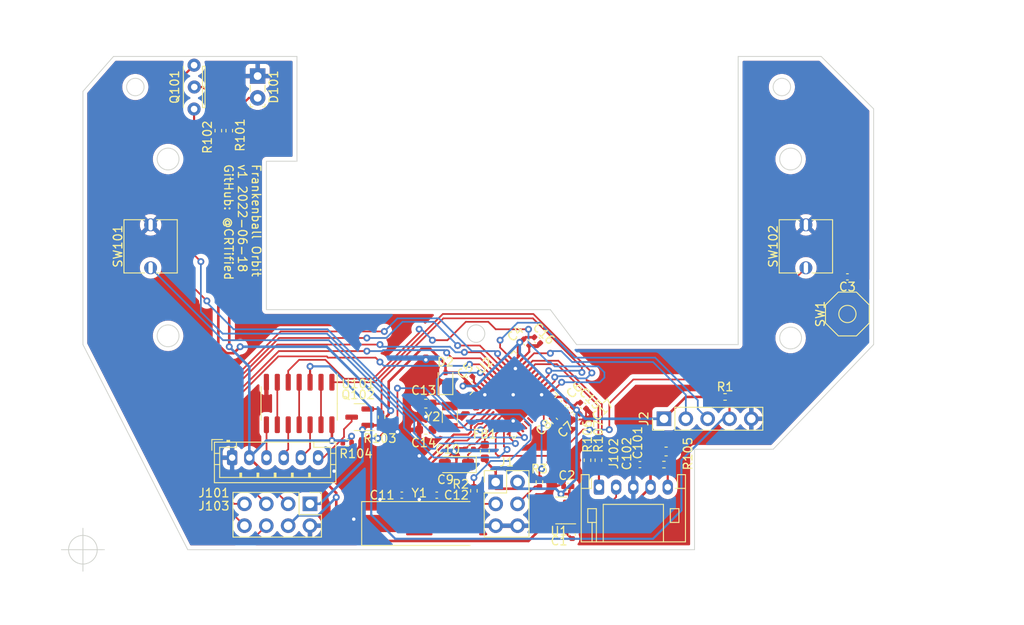
<source format=kicad_pcb>
(kicad_pcb (version 20211014) (generator pcbnew)
  (layers (0 "F.Cu" signal) (31 "B.Cu" signal) (34 "B.Paste" user) (35 "F.Paste" user) (36 "B.SilkS" user "B.Silkscreen") (37 "F.SilkS" user "F.Silkscreen") (38 "B.Mask" user) (39 "F.Mask" user) (44 "Edge.Cuts" user))
  (net 0 "")
  (net 1 "GND")
  (net 2 "+3V3")
  (net 3 "VCC")
  (net 4 "Net-(C8-Pad1)")
  (net 5 "/~{RST}")
  (net 6 "/USB_SHIELD")
  (net 7 "Net-(D101-Pad2)")
  (net 8 "Net-(J1-Pad3)")
  (net 9 "Net-(J1-Pad4)")
  (net 10 "/~{CS}_{RAW}")
  (net 11 "/~{RST}_{RAW}")
  (net 12 "/SCLK_{RAW}")
  (net 13 "/SDIO_{RAW}")
  (net 14 "/USB_DP")
  (net 15 "/USB_DM")
  (net 16 "Net-(Q101-Pad2)")
  (net 17 "/STM32F411/VREF+")
  (net 18 "/STM32F411/XTAL_8M_1")
  (net 19 "/STM32F411/XTAL_8M_2")
  (net 20 "Net-(U101-Pad13)")
  (net 21 "Net-(U101-Pad11)")
  (net 22 "Net-(U101-Pad6)")
  (net 23 "/STM32F411/XTAL_32K_1")
  (net 24 "/STM32F411/XTAL_32K_2")
  (net 25 "/STM32F411/VBAT_{I}")
  (net 26 "/STM32F411/PA13")
  (net 27 "/STM32F411/PA14")
  (net 28 "/STM32F411/PA2")
  (net 29 "/STM32F411/PA3")
  (net 30 "/STM32F411/BOOT0")
  (net 31 "/STM32F411/PB2")
  (net 32 "/STM32F411/PA11")
  (net 33 "/STM32F411/PA12")
  (net 34 "/STM32F411/PA1")
  (net 35 "/STM32F411/PA0")
  (net 36 "/STM32F411/PC13")
  (net 37 "/STM32F411/PA4")
  (net 38 "/STM32F411/PA5")
  (net 39 "/STM32F411/PA6")
  (net 40 "/STM32F411/PA7")
  (net 41 "/STM32F411/PB0")
  (net 42 "/STM32F411/PB1")
  (net 43 "/STM32F411/PB10")
  (net 44 "/STM32F411/PBu15")
  (net 45 "/STM32F411/PBu12")
  (net 46 "/STM32F411/PBu13")
  (net 47 "/STM32F411/PA8")
  (net 48 "/STM32F411/PA9")
  (net 49 "/STM32F411/PA10")
  (net 50 "/STM32F411/PA15")
  (net 51 "/STM32F411/PB3")
  (net 52 "/STM32F411/PB4")
  (net 53 "/STM32F411/PB5")
  (net 54 "/STM32F411/PB6")
  (net 55 "/STM32F411/PB7")
  (net 56 "/STM32F411/PB8")
  (net 57 "/STM32F411/PB9")
  (net 58 "/STM32F411/PBu14")
  (footprint "Diode_SMD:D_SOD-323" (layer "F.Cu") (at 143.764 82.042 90)
    (fp_text reference "D2")
    (fp_text value "D_Schottky")
  )
  (footprint "Capacitor_SMD:C_0603_1608Metric" (layer "F.Cu") (at 141.478 87.65 180)
    (fp_text reference "C14")
    (fp_text value "10pF")
  )
  (footprint "Resistor_SMD:R_0402_1005Metric" (layer "F.Cu") (at 160.274 91.186 -90)
    (fp_text reference "R106")
    (fp_text value "10Ω")
  )
  (footprint "Package_TO_SOT_SMD:SOT-23" (layer "F.Cu") (at 133.788 86.172 180)
    (fp_text reference "Q102")
    (fp_text value "2N7002")
  )
  (footprint "hierarchical-blocks:TS-1187A-B-A-B" (layer "F.Cu") (at 190.5 74.168 90)
    (fp_text reference "SW1")
    (fp_text value "SW_Push")
  )
  (footprint "Capacitor_SMD:C_0402_1005Metric" (layer "F.Cu") (at 154.432 77.216 -45)
    (fp_text reference "C16")
    (fp_text value "100nF")
  )
  (footprint "Connector_PinHeader_2.54mm:PinHeader_1x05_P2.54mm_Vertical" (layer "F.Cu") (at 169.169 86.36 90)
    (fp_text reference "J2")
    (fp_text value "Connector_Generic:Conn_01x05")
  )
  (footprint "Capacitor_SMD:C_0402_1005Metric" (layer "F.Cu") (at 157.988 94.234 180)
    (fp_text reference "C2")
    (fp_text value "1µF")
  )
  (footprint "Capacitor_SMD:C_0402_1005Metric" (layer "F.Cu") (at 159.766 84.836 -45)
    (fp_text reference "C15")
    (fp_text value "100nF")
  )
  (footprint "Resistor_SMD:R_0402_1005Metric" (layer "F.Cu") (at 132.334 89.154 180)
    (fp_text reference "R104")
    (fp_text value "47k")
  )
  (footprint "Resistor_SMD:R_0402_1005Metric" (layer "F.Cu") (at 118.618 52.832 90)
    (fp_text reference "R101")
    (fp_text value "270Ω")
  )
  (footprint "Capacitor_SMD:C_0402_1005Metric" (layer "F.Cu") (at 190.5 69.85 180)
    (fp_text reference "C3")
    (fp_text value "100nF")
  )
  (footprint "LED_THT:LED_SideEmitter_Rectangular_W4.5mm_H1.6mm" (layer "F.Cu") (at 121.92 46.477 -90)
    (fp_text reference "D101")
    (fp_text value "LED")
  )
  (footprint "Connector_PinHeader_2.54mm:PinHeader_2x04_P2.54mm_Vertical" (layer "F.Cu") (at 128.006 96.261 -90)
    (fp_text reference "J103")
    (fp_text value "Conn_02x04_Odd_Even")
  )
  (footprint "Crystal:Crystal_SMD_HC49-SD" (layer "F.Cu") (at 140.716 98.552)
    (fp_text reference "Y1")
    (fp_text value "8MHz")
  )
  (footprint "Capacitor_SMD:C_0402_1005Metric" (layer "F.Cu") (at 142.748 95.25 180)
    (fp_text reference "C12")
    (fp_text value "22pF")
  )
  (footprint "Capacitor_SMD:C_0402_1005Metric" (layer "F.Cu") (at 153.162 77.47 -45)
    (fp_text reference "C4")
    (fp_text value "100nF")
  )
  (footprint "Footprints:PT2559B" (layer "F.Cu") (at 114.554 47.752 90)
    (fp_text reference "Q101")
    (fp_text value "PT2559B")
  )
  (footprint "Capacitor_SMD:C_0402_1005Metric" (layer "F.Cu") (at 138.684 95.25)
    (fp_text reference "C11")
    (fp_text value "22pF")
  )
  (footprint "Resistor_SMD:R_0402_1005Metric" (layer "F.Cu") (at 161.544 91.184 -90)
    (fp_text reference "R107")
    (fp_text value "10Ω")
  )
  (footprint "Resistor_SMD:R_0402_1005Metric" (layer "F.Cu") (at 154.686 93.726 90)
    (fp_text reference "R3")
    (fp_text value "10k")
  )
  (footprint "Footprints:Kailh_SW_Mouse" (layer "F.Cu") (at 109.474 66.294 90)
    (fp_text reference "SW101")
    (fp_text value "SW_Push")
  )
  (footprint "Capacitor_SMD:C_0402_1005Metric" (layer "F.Cu") (at 156.464 86.614 -45)
    (fp_text reference "C8")
    (fp_text value "4.7µF")
  )
  (footprint "Crystal:Crystal_SMD_3215-2Pin_3.2x1.5mm" (layer "F.Cu") (at 144.272 86.126 90)
    (fp_text reference "Y2")
    (fp_text value "32.768kHz")
  )
  (footprint "Capacitor_SMD:C_0402_1005Metric" (layer "F.Cu") (at 166.37 91.694 180)
    (fp_text reference "C102")
    (fp_text value "100nF")
  )
  (footprint "Capacitor_SMD:C_0603_1608Metric" (layer "F.Cu") (at 169.418 90.17 180)
    (fp_text reference "C101")
    (fp_text value "4.7nF")
  )
  (footprint "Capacitor_SMD:C_0603_1608Metric" (layer "F.Cu") (at 141.478 84.602 180)
    (fp_text reference "C13")
    (fp_text value "10pF")
  )
  (footprint "Resistor_SMD:R_0402_1005Metric" (layer "F.Cu") (at 147.066 94.742 -90)
    (fp_text reference "R2")
    (fp_text value "10k")
  )
  (footprint "Resistor_SMD:R_0402_1005Metric" (layer "F.Cu") (at 117.348 52.832 90)
    (fp_text reference "R102")
    (fp_text value "4.7kΩ")
  )
  (footprint "Connector_PinHeader_2.54mm:PinHeader_2x03_P2.54mm_Vertical" (layer "F.Cu") (at 149.601 93.726)
    (fp_text reference "J1")
    (fp_text value "Conn_02x03_Odd_Even")
  )
  (footprint "Resistor_SMD:R_0402_1005Metric" (layer "F.Cu") (at 176.276 83.82)
    (fp_text reference "R1")
    (fp_text value "22kΩ")
  )
  (footprint "Capacitor_Tantalum_SMD:CP_EIA-3216-10_Kemet-I" (layer "F.Cu") (at 145.034 91.694 180)
    (fp_text reference "C9")
    (fp_text value "10µF")
  )
  (footprint "Capacitor_SMD:C_0402_1005Metric" (layer "F.Cu") (at 146.53 89.916 180)
    (fp_text reference "C10")
    (fp_text value "100nF")
  )
  (footprint "Connector_JST:JST_PH_S5B-PH-K_1x05_P2.00mm_Horizontal" (layer "F.Cu") (at 161.608 94.324)
    (fp_text reference "J102")
    (fp_text value "Conn_01x05_Male")
  )
  (footprint "Inductor_SMD:L_0603_1608Metric" (layer "F.Cu") (at 148.336 90.17 90)
    (fp_text reference "FB1")
    (fp_text value "600Ω@100MHz")
  )
  (footprint "Package_SO:SOIC-14_3.9x8.7mm_P1.27mm" (layer "F.Cu") (at 126.746 84.582 -90)
    (fp_text reference "U101")
    (fp_text value "74HC14")
  )
  (footprint "Resistor_SMD:R_0402_1005Metric" (layer "F.Cu") (at 136.328 86.174 90)
    (fp_text reference "R103")
    (fp_text value "47k")
  )
  (footprint "Connector_JST:JST_PH_B6B-PH-K_1x06_P2.00mm_Vertical" (layer "F.Cu") (at 118.952 90.89)
    (fp_text reference "J101")
    (fp_text value "ADNS-5050")
  )
  (footprint "Resistor_SMD:R_0402_1005Metric" (layer "F.Cu") (at 169.164 91.694 180)
    (fp_text reference "R105")
    (fp_text value "47k")
  )
  (footprint "Package_DFN_QFN:QFN-48-1EP_7x7mm_P0.5mm_EP5.6x5.6mm" (layer "F.Cu") (at 151.716152 83.566 45)
    (fp_text reference "U2")
    (fp_text value "STM32F411CCUx")
  )
  (footprint "Capacitor_SMD:C_0402_1005Metric" (layer "F.Cu") (at 146.558 81.788 45)
    (fp_text reference "C5")
    (fp_text value "100nF")
  )
  (footprint "Package_TO_SOT_SMD:SOT-23" (layer "F.Cu") (at 157.226 97.028 180)
    (fp_text reference "U1")
    (fp_text value "XC6206PxxxMR")
  )
  (footprint "Capacitor_SMD:C_0402_1005Metric" (layer "F.Cu") (at 158.242 85.344 -135)
    (fp_text reference "C7")
    (fp_text value "100nF")
  )
  (footprint "Capacitor_SMD:C_0402_1005Metric" (layer "F.Cu") (at 158.496 99.822 90)
    (fp_text reference "C1")
    (fp_text value "1µF")
  )
  (footprint "Footprints:Kailh_SW_Mouse" (layer "F.Cu") (at 185.674 66.294 90)
    (fp_text reference "SW102")
    (fp_text value "SW_Push")
  )
  (footprint "Capacitor_SMD:C_0402_1005Metric" (layer "F.Cu") (at 157.48 84.582 -135)
    (fp_text reference "C6")
    (fp_text value "100nF")
  )
  (footprint "Capacitor_SMD:C_0402_1005Metric" (layer "F.Cu") (at 159.004 86.106 -135)
    (fp_text reference "C17")
    (fp_text value "4.7uF")
  )
  (gr_line locked (start 177.8 44.196) (end 177.8 77.724) (layer "Edge.Cuts") (width 0.1))
  (gr_line locked (start 172.72 89.916) (end 181.864 89.916) (layer "Edge.Cuts") (width 0.1))
  (gr_circle locked (center 182.88 47.752) (end 183.896 47.752) (layer "Edge.Cuts") (width 0.1) (fill none))
  (gr_line locked (start 105.156 44.196) (end 101.6 48.26) (layer "Edge.Cuts") (width 0.1))
  (gr_line locked (start 159.004 77.724) (end 155.956 73.66) (layer "Edge.Cuts") (width 0.1))
  (gr_line locked (start 187.452 44.196) (end 177.8 44.196) (layer "Edge.Cuts") (width 0.1))
  (gr_line locked (start 113.792 101.6) (end 172.72 101.6) (layer "Edge.Cuts") (width 0.1))
  (gr_circle locked (center 147.32 76.454) (end 148.336 76.454) (layer "Edge.Cuts") (width 0.1) (fill none))
  (gr_circle locked (center 183.896 76.962) (end 185.166 76.962) (layer "Edge.Cuts") (width 0.1) (fill none))
  (gr_line locked (start 122.936 56.388) (end 126.492 56.388) (layer "Edge.Cuts") (width 0.1))
  (gr_line locked (start 172.72 101.6) (end 172.72 89.916) (layer "Edge.Cuts") (width 0.1))
  (gr_circle locked (center 111.506 76.708) (end 112.776 76.708) (layer "Edge.Cuts") (width 0.1) (fill none))
  (gr_line locked (start 177.8 77.724) (end 159.004 77.724) (layer "Edge.Cuts") (width 0.1))
  (gr_line locked (start 122.936 73.66) (end 122.936 56.388) (layer "Edge.Cuts") (width 0.1))
  (gr_line locked (start 126.492 44.196) (end 105.156 44.196) (layer "Edge.Cuts") (width 0.1))
  (gr_circle locked (center 111.506 56.134) (end 112.776 56.134) (layer "Edge.Cuts") (width 0.1) (fill none))
  (gr_circle locked (center 107.696 47.752) (end 108.712 47.752) (layer "Edge.Cuts") (width 0.1) (fill none))
  (gr_line locked (start 193.548 50.292) (end 193.548 77.724) (layer "Edge.Cuts") (width 0.1))
  (gr_line locked (start 193.548 50.292) (end 187.452 44.196) (layer "Edge.Cuts") (width 0.1))
  (gr_line locked (start 101.6 77.724) (end 101.6 48.26) (layer "Edge.Cuts") (width 0.1))
  (gr_line locked (start 101.6 77.724) (end 113.792 101.6) (layer "Edge.Cuts") (width 0.1))
  (gr_line locked (start 126.492 56.388) (end 126.492 44.196) (layer "Edge.Cuts") (width 0.1))
  (gr_line locked (start 155.956 73.66) (end 122.936 73.66) (layer "Edge.Cuts") (width 0.1))
  (gr_line locked (start 181.864 89.916) (end 193.548 77.724) (layer "Edge.Cuts") (width 0.1))
  (gr_circle locked (center 183.896 56.134) (end 184.912 56.896) (layer "Edge.Cuts") (width 0.1) (fill none))
  (gr_text "Frankenball Orbit\nv1 2022-06-18\nGitHub: @CRTified" (at 120.142 56.642 270) (layer "F.SilkS") (effects (font (size 1 1)) (justify left)))
  (target plus (at 101.6 101.6) (size 5) (width 0.1) (layer "Edge.Cuts"))
  (segment (start 154.94 83.607867) (end 155.737822 84.405689) (width 0.2) (layer "F.Cu") (net 1))
  (segment (start 147.066 81.617178) (end 147.066 82.097829) (width 0.25) (layer "F.Cu") (net 1))
  (segment (start 143.684 91.694) (end 143.684 91.266) (width 0.2) (layer "F.Cu") (net 1))
  (segment (start 151.892 80.518) (end 151.892 80.208171) (width 0.2) (layer "F.Cu") (net 1))
  (segment (start 168.643 91.683) (end 168.654 91.694) (width 0.25) (layer "F.Cu") (net 1))
  (segment (start 165.89 91.694) (end 165.608 91.976) (width 0.25) (layer "F.Cu") (net 1))
  (segment (start 151.716152 84.626661) (end 151.716152 83.566) (width 0.2) (layer "F.Cu") (net 1))
  (segment (start 151.892 80.208171) (end 152.555841 79.54433) (width 0.2) (layer "F.Cu") (net 1))
  (segment (start 160.105411 85.175411) (end 160.105411 86.020589) (width 0.2) (layer "F.Cu") (net 1))
  (segment (start 154.517411 77.809411) (end 154.771411 77.555411) (width 0.25) (layer "F.Cu") (net 1))
  (segment (start 157.902589 85.683411) (end 156.803411 86.782589) (width 0.25) (layer "F.Cu") (net 1))
  (segment (start 168.643 90.17) (end 168.643 91.683) (width 0.25) (layer "F.Cu") (net 1))
  (segment (start 146.65952 89.30648) (end 146.05 89.916) (width 0.2) (layer "F.Cu") (net 1))
  (segment (start 152.555841 79.54433) (end 152.555841 79.516981) (width 0.25) (layer "F.Cu") (net 1))
  (segment (start 159.680589 86.445411) (end 158.664589 86.445411) (width 0.2) (layer "F.Cu") (net 1))
  (segment (start 147.750311 82.726311) (end 148.336 83.312) (width 0.25) (layer "F.Cu") (net 1))
  (segment (start 158.1635 99.0095) (end 158.496 99.342) (width 0.25) (layer "F.Cu") (net 1))
  (segment (start 156.253544 84.921411) (end 155.737822 84.405689) (width 0.25) (layer "F.Cu") (net 1))
  (segment (start 156.803411 86.782589) (end 156.803411 86.953411) (width 0.25) (layer "F.Cu") (net 1))
  (segment (start 153.501411 77.809411) (end 153.501411 78.571411) (width 0.25) (layer "F.Cu") (net 1))
  (segment (start 160.105411 86.020589) (end 159.680589 86.445411) (width 0.2) (layer "F.Cu") (net 1))
  (segment (start 148.336 83.312) (end 148.336 83.566) (width 0.25) (layer "F.Cu") (net 1))
  (segment (start 147.178433 89.30648) (end 146.65952 89.30648) (width 0.2) (layer "F.Cu") (net 1))
  (segment (start 153.501411 77.809411) (end 154.517411 77.809411) (width 0.25) (layer "F.Cu") (net 1))
  (segment (start 154.94 83.566) (end 154.94 83.607867) (width 0.2) (layer "F.Cu") (net 1))
  (segment (start 149.815803 86.52701) (end 149.357456 86.985357) (width 0.2) (layer "F.Cu") (net 1))
  (segment (start 158.664589 86.445411) (end 157.902589 85.683411) (width 0.2) (layer "F.Cu") (net 1))
  (segment (start 146.897411 81.448589) (end 147.066 81.617178) (width 0.25) (layer "F.Cu") (net 1))
  (segment (start 149.815803 86.52701) (end 151.716152 84.626661) (width 0.2) (layer "F.Cu") (net 1))
  (segment (start 157.140589 84.921411) (end 157.902589 85.683411) (width 0.25) (layer "F.Cu") (net 1))
  (segment (start 147.066 82.097829) (end 147.694482 82.726311) (width 0.25) (layer "F.Cu") (net 1))
  (segment (start 149.357456 87.127457) (end 147.178433 89.30648) (width 0.2) (layer "F.Cu") (net 1))
  (segment (start 147.694482 82.726311) (end 147.750311 82.726311) (width 0.25) (layer "F.Cu") (net 1))
  (segment (start 149.357456 86.985357) (end 149.357456 87.127457) (width 0.2) (layer "F.Cu") (net 1))
  (segment (start 165.608 91.976) (end 165.608 94.324) (width 0.25) (layer "F.Cu") (net 1))
  (segment (start 158.1635 97.978) (end 158.1635 99.0095) (width 0.25) (layer "F.Cu") (net 1))
  (segment (start 143.684 91.266) (end 144.78 90.17) (width 0.2) (layer "F.Cu") (net 1))
  (segment (start 157.140589 84.921411) (end 156.253544 84.921411) (width 0.25) (layer "F.Cu") (net 1))
  (segment (start 152.555841 79.516981) (end 153.501411 78.571411) (width 0.25) (layer "F.Cu") (net 1))
  (via (at 133.096 98.044) (size 0.8) (drill 0.4) (layers "F.Cu" "B.Cu") (net 1))
  (via (at 151.638 83.566) (size 0.8) (drill 0.4) (layers "F.Cu" "B.Cu") (net 1))
  (via (at 154.94 83.566) (size 0.8) (drill 0.4) (layers "F.Cu" "B.Cu") (net 1))
  (via (at 144.78 90.17) (size 0.8) (drill 0.4) (layers "F.Cu" "B.Cu") (net 1))
  (via (at 136.144 95.758) (size 0.8) (drill 0.4) (layers "F.Cu" "B.Cu") (net 1))
  (via (at 148.336 83.566) (size 0.8) (drill 0.4) (layers "F.Cu" "B.Cu") (net 1))
  (via (at 140.716 95.758) (size 0.8) (drill 0.4) (layers "F.Cu" "B.Cu") (net 1))
  (via (at 138.176 87.884) (size 0.8) (drill 0.4) (layers "F.Cu" "B.Cu") (net 1))
  (via (at 130.81 92.456) (size 0.8) (drill 0.4) (layers "F.Cu" "B.Cu") (net 1))
  (via (at 140.716 90.678) (size 0.8) (drill 0.4) (layers "F.Cu" "B.Cu") (net 1))
  (via (at 151.892 80.518) (size 0.8) (drill 0.4) (layers "F.Cu" "B.Cu") (net 1))
  (via (at 141.478 79.502) (size 0.8) (drill 0.4) (layers "F.Cu" "B.Cu") (net 1))
  (via (at 141.478 86.106) (size 0.8) (drill 0.4) (layers "F.Cu" "B.Cu") (net 1))
  (via (at 151.638 86.614) (size 0.8) (drill 0.4) (layers "F.Cu" "B.Cu") (net 1))
  (segment (start 134.2175 87.63) (end 134.7255 87.122) (width 0.3) (layer "F.Cu") (net 2))
  (segment (start 148.336 90.9575) (end 148.336 91.2115) (width 0.3) (layer "F.Cu") (net 2))
  (segment (start 159.426589 84.496589) (end 159.089411 84.496589) (width 0.3) (layer "F.Cu") (net 2))
  (segment (start 137.16 82.042) (end 140.97 78.232) (width 0.3) (layer "F.Cu") (net 2))
  (segment (start 143.764 80.01) (end 143.764 80.992) (width 0.3) (layer "F.Cu") (net 2))
  (segment (start 152.202288 79.190777) (end 152.202288 77.667712) (width 0.3) (layer "F.Cu") (net 2))
  (segment (start 158.1635 96.078) (end 158.1635 95.1715) (width 0.3) (layer "F.Cu") (net 2))
  (segment (start 146.218589 81.956589) (end 145.254 80.992) (width 0.3) (layer "F.Cu") (net 2))
  (segment (start 159.089411 84.496589) (end 158.581411 85.004589) (width 0.3) (layer "F.Cu") (net 2))
  (segment (start 175.766 83.82) (end 171.709 83.82) (width 0.3) (layer "F.Cu") (net 2))
  (segment (start 117.348 63.754) (end 117.348 53.342) (width 0.3) (layer "F.Cu") (net 2))
  (segment (start 159.343411 85.766589) (end 158.581411 85.004589) (width 0.3) (layer "F.Cu") (net 2))
  (segment (start 158.581411 85.004589) (end 157.819411 84.242589) (width 0.3) (layer "F.Cu") (net 2))
  (segment (start 157.396822 83.82) (end 156.323511 83.82) (width 0.3) (layer "F.Cu") (net 2))
  (segment (start 171.709 83.82) (end 169.169 86.36) (width 0.3) (layer "F.Cu") (net 2))
  (segment (start 145.254 80.992) (end 143.764 80.992) (width 0.3) (layer "F.Cu") (net 2))
  (segment (start 153.076589 76.876589) (end 152.822589 77.130589) (width 0.3) (layer "F.Cu") (net 2))
  (segment (start 134.7255 87.122) (end 135.89 87.122) (width 0.3) (layer "F.Cu") (net 2))
  (segment (start 158.1635 95.1715) (end 158.1635 94.5385) (width 0.3) (layer "F.Cu") (net 2))
  (segment (start 118.307541 78.727511) (end 119.138489 78.727511) (width 0.3) (layer "F.Cu") (net 2))
  (segment (start 117.348 77.76797) (end 118.307541 78.727511) (width 0.3) (layer "F.Cu") (net 2))
  (segment (start 152.141 94.503) (end 149.601 94.503) (width 0.3) (layer "F.Cu") (net 2))
  (segment (start 152.822589 77.130589) (end 152.739411 77.130589) (width 0.3) (layer "F.Cu") (net 2))
  (segment (start 117.348 63.754) (end 117.348 77.76797) (width 0.3) (layer "F.Cu") (net 2))
  (segment (start 146.218589 82.127411) (end 146.218589 81.956589) (width 0.3) (layer "F.Cu") (net 2))
  (segment (start 156.323511 83.82) (end 156.091375 84.052136) (width 0.3) (layer "F.Cu") (net 2))
  (segment (start 158.115103 95.123103) (end 158.1635 95.1715) (width 0.3) (layer "F.Cu") (net 2))
  (segment (start 158.1635 94.5385) (end 158.468 94.234) (width 0.3) (layer "F.Cu") (net 2))
  (segment (start 119.138489 78.727511) (end 119.888 77.978) (width 0.3) (layer "F.Cu") (net 2))
  (segment (start 157.195513 95.123103) (end 158.115103 95.123103) (width 0.3) (layer "F.Cu") (net 2))
  (segment (start 157.819411 84.242589) (end 157.396822 83.82) (width 0.3) (layer "F.Cu") (net 2))
  (segment (start 141.986 78.232) (end 143.764 80.01) (width 0.3) (layer "F.Cu") (net 2))
  (segment (start 140.97 78.232) (end 141.986 78.232) (width 0.3) (layer "F.Cu") (net 2))
  (segment (start 137.16 85.852) (end 137.16 82.042) (width 0.3) (layer "F.Cu") (net 2))
  (segment (start 134.112 87.63) (end 134.2175 87.63) (width 0.3) (layer "F.Cu") (net 2))
  (segment (start 152.739411 77.130589) (end 152.4 77.47) (width 0.3) (layer "F.Cu") (net 2))
  (segment (start 158.664589 85.004589) (end 159.004 85.344) (width 0.3) (layer "F.Cu") (net 2))
  (segment (start 136.328 86.684) (end 137.16 85.852) (width 0.3) (layer "F.Cu") (net 2))
  (segment (start 135.89 87.122) (end 136.328 86.684) (width 0.3) (layer "F.Cu") (net 2))
  (segment (start 158.581411 85.004589) (end 158.664589 85.004589) (width 0.3) (layer "F.Cu") (net 2))
  (segment (start 149.601 92.4765) (end 149.601 93.726) (width 0.3) (layer "F.Cu") (net 2))
  (segment (start 145.796 82.55) (end 146.218589 82.127411) (width 0.3) (layer "F.Cu") (net 2))
  (segment (start 146.218589 82.127411) (end 146.388476 82.127411) (width 0.3) (layer "F.Cu") (net 2))
  (segment (start 152.202288 77.667712) (end 152.4 77.47) (width 0.3) (layer "F.Cu") (net 2))
  (segment (start 146.388476 82.127411) (end 147.340929 83.079864) (width 0.3) (layer "F.Cu") (net 2))
  (segment (start 154.092589 76.876589) (end 153.076589 76.876589) (width 0.3) (layer "F.Cu") (net 2))
  (segment (start 148.336 91.2115) (end 149.601 92.4765) (width 0.3) (layer "F.Cu") (net 2))
  (via (at 145.796 82.55) (size 0.8) (drill 0.4) (layers "F.Cu" "B.Cu") (net 2))
  (via (at 137.393965 85.41122) (size 0.8) (drill 0.4) (layers "F.Cu" "B.Cu") (net 2))
  (via (at 152.4 77.47) (size 0.8) (drill 0.4) (layers "F.Cu" "B.Cu") (net 2))
  (via (at 157.195513 95.123103) (size 0.8) (drill 0.4) (layers "F.Cu" "B.Cu") (net 2))
  (via (at 159.004 85.344) (size 0.8) (drill 0.4) (layers "F.Cu" "B.Cu") (net 2))
  (via (at 119.888 77.978) (size 0.8) (drill 0.4) (layers "F.Cu" "B.Cu") (net 2))
  (via (at 134.112 87.63) (size 0.8) (drill 0.4) (layers "F.Cu" "B.Cu") (net 2))
  (segment (start 156.57541 94.503) (end 157.195513 95.123103) (width 0.3) (layer "B.Cu") (net 2))
  (segment (start 129.156 96.261) (end 134.112 91.305) (width 0.3) (layer "B.Cu") (net 2))
  (segment (start 159.004 93.314616) (end 159.004 85.344) (width 0.3) (layer "B.Cu") (net 2))
  (segment (start 169.169 86.36) (end 160.02 86.36) (width 0.3) (layer "B.Cu") (net 2))
  (segment (start 152.141 94.503) (end 156.57541 94.503) (width 0.3) (layer "B.Cu") (net 2))
  (segment (start 147.32 82.55) (end 145.796 82.55) (width 0.3) (layer "B.Cu") (net 2))
  (segment (start 134.112 91.305) (end 134.112 87.63) (width 0.3) (layer "B.Cu") (net 2))
  (segment (start 129.960745 77.978) (end 137.393965 85.41122) (width 0.3) (layer "B.Cu") (net 2))
  (segment (start 159.004 85.344) (end 152.4 78.74) (width 0.3) (layer "B.Cu") (net 2))
  (segment (start 128.006 96.261) (end 129.156 96.261) (width 0.3) (layer "B.Cu") (net 2))
  (segment (start 152.4 77.47) (end 147.32 82.55) (width 0.3) (layer "B.Cu") (net 2))
  (segment (start 119.888 77.978) (end 129.960745 77.978) (width 0.3) (layer "B.Cu") (net 2))
  (segment (start 152.4 78.74) (end 152.4 77.47) (width 0.3) (layer "B.Cu") (net 2))
  (segment (start 157.195513 95.123103) (end 159.004 93.314616) (width 0.3) (layer "B.Cu") (net 2))
  (segment (start 160.02 86.36) (end 159.004 85.344) (width 0.3) (layer "B.Cu") (net 2))
  (segment (start 129.284 93.218) (end 123.28 93.218) (width 0.3) (layer "F.Cu") (net 3))
  (segment (start 118.618 77.978) (end 118.618 63.754) (width 0.3) (layer "F.Cu") (net 3))
  (segment (start 118.618 63.754) (end 118.618 53.342) (width 0.3) (layer "F.Cu") (net 3))
  (segment (start 164.904 97.028) (end 156.2885 97.028) (width 0.3) (layer "F.Cu") (net 3))
  (segment (start 131.062 95.502) (end 131.062 97.534) (width 0.3) (layer "F.Cu") (net 3))
  (segment (start 156.2885 97.7115) (end 156.2885 97.028) (width 0.3) (layer "F.Cu") (net 3))
  (segment (start 158.496 100.302) (end 158.453715 100.302) (width 0.3) (layer "F.Cu") (net 3))
  (segment (start 123.28 93.218) (end 120.952 90.89) (width 0.3) (layer "F.Cu") (net 3))
  (segment (start 131.062 97.534) (end 134.112 100.584) (width 0.3) (layer "F.Cu") (net 3))
  (segment (start 131.062 94.996) (end 129.284 93.218) (width 0.3) (layer "F.Cu") (net 3))
  (segment (start 156.2885 98.136785) (end 156.2885 97.028) (width 0.3) (layer "F.Cu") (net 3))
  (segment (start 131.062 94.996) (end 131.062 95.502) (width 0.3) (layer "F.Cu") (net 3))
  (segment (start 132.842 88.392) (end 132.842 89.152) (width 0.3) (layer "F.Cu") (net 3))
  (segment (start 132.842 89.152) (end 132.844 89.154) (width 0.3) (layer "F.Cu") (net 3))
  (segment (start 158.453715 100.302) (end 156.2885 98.136785) (width 0.3) (layer "F.Cu") (net 3))
  (segment (start 153.416 100.584) (end 156.2885 97.7115) (width 0.3) (layer "F.Cu") (net 3))
  (segment (start 166.85 91.694) (end 167.132 91.694) (width 0.3) (layer "F.Cu") (net 3))
  (segment (start 130.556 88.9) (end 130.556 87.057) (width 0.3) (layer "F.Cu") (net 3))
  (segment (start 134.112 100.584) (end 153.416 100.584) (width 0.3) (layer "F.Cu") (net 3))
  (segment (start 167.132 91.694) (end 167.608 92.17) (width 0.3) (layer "F.Cu") (net 3))
  (segment (start 167.608 92.17) (end 167.608 94.324) (width 0.3) (layer "F.Cu") (net 3))
  (segment (start 167.608 94.324) (end 164.904 97.028) (width 0.3) (layer "F.Cu") (net 3))
  (via (at 130.556 88.9) (size 0.8) (drill 0.4) (layers "F.Cu" "B.Cu") (net 3))
  (via (at 131.062 95.502) (size 0.8) (drill 0.4) (layers "F.Cu" "B.Cu") (net 3))
  (via (at 118.618 77.978) (size 0.8) (drill 0.4) (layers "F.Cu" "B.Cu") (net 3))
  (via (at 132.842 88.392) (size 0.8) (drill 0.4) (layers "F.Cu" "B.Cu") (net 3))
  (segment (start 122.942 88.9) (end 130.556 88.9) (width 0.3) (layer "B.Cu") (net 3))
  (segment (start 120.952 80.312) (end 118.618 77.978) (width 0.3) (layer "B.Cu") (net 3))
  (segment (start 120.952 90.89) (end 122.942 88.9) (width 0.3) (layer "B.Cu") (net 3))
  (segment (start 126.665511 97.601489) (end 128.962511 97.601489) (width 0.3) (layer "B.Cu") (net 3))
  (segment (start 120.952 90.89) (end 120.952 80.312) (width 0.3) (layer "B.Cu") (net 3))
  (segment (start 128.962511 97.601489) (end 131.062 95.502) (width 0.3) (layer "B.Cu") (net 3))
  (segment (start 132.334 88.9) (end 130.556 88.9) (width 0.3) (layer "B.Cu") (net 3))
  (segment (start 132.842 88.392) (end 132.334 88.9) (width 0.3) (layer "B.Cu") (net 3))
  (segment (start 125.466 98.801) (end 126.665511 97.601489) (width 0.3) (layer "B.Cu") (net 3))
  (segment (start 156.124589 86.274589) (end 156.124589 85.499564) (width 0.25) (layer "F.Cu") (net 4))
  (segment (start 156.124589 85.499564) (end 155.384268 84.759243) (width 0.25) (layer "F.Cu") (net 4))
  (segment (start 138.176 82.804) (end 138.176 86.36) (width 0.2) (layer "F.Cu") (net 5))
  (segment (start 176.789 83.823) (end 176.786 83.82) (width 0.25) (layer "F.Cu") (net 5))
  (segment (start 192.375 77.168) (end 192.375 71.168) (width 0.25) (layer "F.Cu") (net 5))
  (segment (start 128.016 80.264) (end 128.016 82.107) (width 0.25) (layer "F.Cu") (net 5))
  (segment (start 192.298 71.168) (end 190.98 69.85) (width 0.25) (layer "F.Cu") (net 5))
  (segment (start 149.059853 86.575853) (end 147.986871 87.648835) (width 0.2) (layer "F.Cu") (net 5))
  (segment (start 185.723 83.82) (end 192.375 77.168) (width 0.25) (layer "F.Cu") (net 5))
  (segment (start 176.786 83.82) (end 185.723 83.82) (width 0.25) (layer "F.Cu") (net 5))
  (segment (start 176.789 86.36) (end 176.789 83.823) (width 0.25) (layer "F.Cu") (net 5))
  (segment (start 149.462249 86.173456) (end 149.059853 86.575853) (width 0.2) (layer "F.Cu") (net 5))
  (segment (start 138.176 86.36) (end 135.89 88.646) (width 0.2) (layer "F.Cu") (net 5))
  (segment (start 192.375 71.168) (end 192.298 71.168) (width 0.25) (layer "F.Cu") (net 5))
  (segment (start 147.986871 87.648835) (end 147.846834 87.648835) (width 0.2) (layer "F.Cu") (net 5))
  (via (at 147.846834 87.648835) (size 0.8) (drill 0.4) (layers "F.Cu" "B.Cu") (net 5))
  (via (at 138.176 82.804) (size 0.8) (drill 0.4) (layers "F.Cu" "B.Cu") (net 5))
  (via (at 135.89 88.646) (size 0.8) (drill 0.4) (layers "F.Cu" "B.Cu") (net 5))
  (via (at 128.016 80.264) (size 0.8) (drill 0.4) (layers "F.Cu" "B.Cu") (net 5))
  (segment (start 167.894 100.33) (end 137.922 100.33) (width 0.25) (layer "B.Cu") (net 5))
  (segment (start 146.265829 87.648835) (end 141.420994 82.804) (width 0.2) (layer "B.Cu") (net 5))
  (segment (start 171.196 97.028) (end 167.894 100.33) (width 0.25) (layer "B.Cu") (net 5))
  (segment (start 171.196 91.186) (end 171.196 97.028) (width 0.25) (layer "B.Cu") (net 5))
  (segment (start 171.704 90.678) (end 171.196 91.186) (width 0.25) (layer "B.Cu") (net 5))
  (segment (start 135.128 88.646) (end 135.128 85.09) (width 0.25) (layer "B.Cu") (net 5))
  (segment (start 137.922 100.33) (end 135.128 97.536) (width 0.25) (layer "B.Cu") (net 5))
  (segment (start 135.128 85.09) (end 130.302 80.264) (width 0.25) (layer "B.Cu") (net 5))
  (segment (start 141.420994 82.804) (end 138.176 82.804) (width 0.2) (layer "B.Cu") (net 5))
  (segment (start 135.128 97.536) (end 135.128 88.646) (width 0.25) (layer "B.Cu") (net 5))
  (segment (start 147.846834 87.648835) (end 146.265829 87.648835) (width 0.2) (layer "B.Cu") (net 5))
  (segment (start 135.89 88.646) (end 135.128 88.646) (width 0.2) (layer "B.Cu") (net 5))
  (segment (start 130.302 80.264) (end 128.016 80.264) (width 0.25) (layer "B.Cu") (net 5))
  (segment (start 176.789 86.36) (end 176.022 86.36) (width 0.25) (layer "B.Cu") (net 5))
  (segment (start 176.022 86.36) (end 171.704 90.678) (width 0.25) (layer "B.Cu") (net 5))
  (segment (start 169.608 94.324) (end 169.608 91.76) (width 0.25) (layer "F.Cu") (net 6))
  (segment (start 169.674 90.689) (end 170.193 90.17) (width 0.25) (layer "F.Cu") (net 6))
  (segment (start 169.608 91.76) (end 169.674 91.694) (width 0.25) (layer "F.Cu") (net 6))
  (segment (start 169.674 91.694) (end 169.674 90.689) (width 0.25) (layer "F.Cu") (net 6))
  (segment (start 120.909 49.017) (end 121.92 49.017) (width 0.25) (layer "F.Cu") (net 7))
  (segment (start 118.618 51.308) (end 120.909 49.017) (width 0.25) (layer "F.Cu") (net 7))
  (segment (start 118.618 52.322) (end 118.618 51.308) (width 0.25) (layer "F.Cu") (net 7))
  (segment (start 148.08 96.266) (end 149.601 96.266) (width 0.2) (layer "F.Cu") (net 8))
  (segment (start 147.066 95.252) (end 148.08 96.266) (width 0.2) (layer "F.Cu") (net 8))
  (segment (start 152.141 96.266) (end 154.171 94.236) (width 0.2) (layer "F.Cu") (net 9))
  (segment (start 154.171 94.236) (end 154.686 94.236) (width 0.2) (layer "F.Cu") (net 9))
  (segment (start 122.952 90.89) (end 122.952 87.073) (width 0.2) (layer "F.Cu") (net 10))
  (segment (start 122.952 87.073) (end 122.936 87.057) (width 0.2) (layer "F.Cu") (net 10))
  (segment (start 125.476 89.916) (end 125.476 87.057) (width 0.2) (layer "F.Cu") (net 11))
  (segment (start 124.952 90.89) (end 124.952 90.44) (width 0.2) (layer "F.Cu") (net 11))
  (segment (start 124.952 90.44) (end 125.476 89.916) (width 0.2) (layer "F.Cu") (net 11))
  (segment (start 128.016 89.826) (end 128.016 87.057) (width 0.2) (layer "F.Cu") (net 12))
  (segment (start 126.952 90.89) (end 128.016 89.826) (width 0.2) (layer "F.Cu") (net 12))
  (segment (start 129.555259 90.89) (end 128.952 90.89) (width 0.2) (layer "F.Cu") (net 13))
  (segment (start 131.824 89.154) (end 131.824 89.152) (width 0.2) (layer "F.Cu") (net 13))
  (segment (start 131.9605 88.484759) (end 131.558629 88.886629) (width 0.2) (layer "F.Cu") (net 13))
  (segment (start 131.9605 87.57) (end 131.9605 88.484759) (width 0.2) (layer "F.Cu") (net 13))
  (segment (start 132.8505 86.68) (end 131.9605 87.57) (width 0.2) (layer "F.Cu") (net 13))
  (segment (start 131.824 89.152) (end 131.558629 88.886629) (width 0.2) (layer "F.Cu") (net 13))
  (segment (start 131.558629 88.886629) (end 129.555259 90.89) (width 0.2) (layer "F.Cu") (net 13))
  (segment (start 132.8505 86.172) (end 132.8505 86.68) (width 0.2) (layer "F.Cu") (net 13))
  (segment (start 161.608 91.758) (end 161.544 91.694) (width 0.25) (layer "F.Cu") (net 14))
  (segment (start 161.608 94.324) (end 161.608 91.758) (width 0.25) (layer "F.Cu") (net 14))
  (segment (start 160.274 95.504) (end 160.274 91.696) (width 0.2) (layer "F.Cu") (net 15))
  (segment (start 160.782 96.012) (end 160.274 95.504) (width 0.2) (layer "F.Cu") (net 15))
  (segment (start 163.068 96.012) (end 160.782 96.012) (width 0.2) (layer "F.Cu") (net 15))
  (segment (start 163.608 94.324) (end 163.608 95.472) (width 0.2) (layer "F.Cu") (net 15))
  (segment (start 163.608 95.472) (end 163.068 96.012) (width 0.2) (layer "F.Cu") (net 15))
  (segment (start 117.348 52.322) (end 117.348 49.53) (width 0.25) (layer "F.Cu") (net 16))
  (segment (start 117.348 49.53) (end 115.57 47.752) (width 0.25) (layer "F.Cu") (net 16))
  (segment (start 115.57 47.752) (end 114.554 47.752) (width 0.25) (layer "F.Cu") (net 16))
  (segment (start 148.336 89.3825) (end 148.082 89.3825) (width 0.2) (layer "F.Cu") (net 17))
  (segment (start 146.384 90.542) (end 147.01 89.916) (width 0.2) (layer "F.Cu") (net 17))
  (segment (start 147.01 89.916) (end 147.5485 89.916) (width 0.2) (layer "F.Cu") (net 17))
  (segment (start 150.169356 86.880563) (end 148.336 88.713919) (width 0.2) (layer "F.Cu") (net 17))
  (segment (start 148.336 88.713919) (end 148.336 89.3825) (width 0.2) (layer "F.Cu") (net 17))
  (segment (start 146.384 91.694) (end 146.384 90.542) (width 0.2) (layer "F.Cu") (net 17))
  (segment (start 148.082 89.3825) (end 147.5485 89.916) (width 0.2) (layer "F.Cu") (net 17))
  (segment (start 147.381245 86.524804) (end 146.722803 87.183246) (width 0.25) (layer "F.Cu") (net 18))
  (segment (start 148.755142 85.466349) (end 148.369491 85.852) (width 0.25) (layer "F.Cu") (net 18))
  (segment (start 136.466 96.988) (end 138.204 95.25) (width 0.25) (layer "F.Cu") (net 18))
  (segment (start 148.369491 85.958746) (end 147.803433 86.524804) (width 0.25) (layer "F.Cu") (net 18))
  (segment (start 146.722803 87.880835) (end 146.403127 88.200511) (width 0.25) (layer "F.Cu") (net 18))
  (segment (start 146.722803 87.183246) (end 146.722803 87.880835) (width 0.25) (layer "F.Cu") (net 18))
  (segment (start 144.717489 88.200511) (end 138.204 94.714) (width 0.25) (layer "F.Cu") (net 18))
  (segment (start 146.403127 88.200511) (end 144.717489 88.200511) (width 0.25) (layer "F.Cu") (net 18))
  (segment (start 136.466 98.552) (end 136.466 96.988) (width 0.25) (layer "F.Cu") (net 18))
  (segment (start 138.204 94.714) (end 138.204 95.25) (width 0.25) (layer "F.Cu") (net 18))
  (segment (start 147.803433 86.524804) (end 147.381245 86.524804) (width 0.25) (layer "F.Cu") (net 18))
  (segment (start 148.369491 85.852) (end 148.369491 85.958746) (width 0.25) (layer "F.Cu") (net 18))
  (segment (start 147.147323 87.359087) (end 147.147323 88.056677) (width 0.2) (layer "F.Cu") (net 19))
  (segment (start 147.147323 88.056677) (end 146.304 88.9) (width 0.2) (layer "F.Cu") (net 19))
  (segment (start 144.966 98.552) (end 144.966 96.988) (width 0.25) (layer "F.Cu") (net 19))
  (segment (start 141.224 92.456) (end 144.78 88.9) (width 0.25) (layer "F.Cu") (net 19))
  (segment (start 147.979275 86.949324) (end 147.557086 86.949324) (width 0.2) (layer "F.Cu") (net 19))
  (segment (start 149.108696 85.819903) (end 147.979275 86.949324) (width 0.2) (layer "F.Cu") (net 19))
  (segment (start 144.966 96.988) (end 143.228 95.25) (width 0.25) (layer "F.Cu") (net 19))
  (segment (start 147.557086 86.949324) (end 147.147323 87.359087) (width 0.2) (layer "F.Cu") (net 19))
  (segment (start 141.224 92.71) (end 141.224 92.456) (width 0.25) (layer "F.Cu") (net 19))
  (segment (start 143.228 95.25) (end 143.228 94.714) (width 0.25) (layer "F.Cu") (net 19))
  (segment (start 143.228 94.714) (end 141.224 92.71) (width 0.25) (layer "F.Cu") (net 19))
  (segment (start 146.304 88.9) (end 144.78 88.9) (width 0.2) (layer "F.Cu") (net 19))
  (segment (start 129.286 87.057) (end 129.286 82.107) (width 0.2) (layer "F.Cu") (net 20))
  (segment (start 126.746 87.057) (end 126.746 82.107) (width 0.2) (layer "F.Cu") (net 21))
  (segment (start 124.206 87.057) (end 124.206 82.107) (width 0.2) (layer "F.Cu") (net 22))
  (segment (start 144.76 84.602) (end 145.034 84.876) (width 0.25) (layer "F.Cu") (net 23))
  (segment (start 148.048036 84.759243) (end 147.520413 85.286866) (width 0.2) (layer "F.Cu") (net 23))
  (segment (start 146.712268 84.876) (end 144.272 84.876) (width 0.2) (layer "F.Cu") (net 23))
  (segment (start 147.123134 85.286866) (end 146.712268 84.876) (width 0.2) (layer "F.Cu") (net 23))
  (segment (start 147.520413 85.286866) (end 147.123134 85.286866) (width 0.2) (layer "F.Cu") (net 23))
  (segment (start 142.1295 84.602) (end 143.8745 84.602) (width 0.25) (layer "F.Cu") (net 23))
  (segment (start 144.76 87.65) (end 145.034 87.376) (width 0.25) (layer "F.Cu") (net 24))
  (segment (start 148.401589 85.112796) (end 147.828 85.686385) (width 0.2) (layer "F.Cu") (net 24))
  (segment (start 145.796 87.376) (end 144.272 87.376) (width 0.2) (layer "F.Cu") (net 24))
  (segment (start 147.828 85.686385) (end 147.485615 85.686385) (width 0.2) (layer "F.Cu") (net 24))
  (segment (start 142.253 87.65) (end 142.527 87.376) (width 0.2) (layer "F.Cu") (net 24))
  (segment (start 147.485615 85.686385) (end 145.796 87.376) (width 0.2) (layer "F.Cu") (net 24))
  (segment (start 142.527 87.376) (end 144.272 87.376) (width 0.2) (layer "F.Cu") (net 24))
  (segment (start 145.068 83.092) (end 146.028136 84.052136) (width 0.2) (layer "F.Cu") (net 25))
  (segment (start 146.028136 84.052136) (end 147.340929 84.052136) (width 0.2) (layer "F.Cu") (net 25))
  (segment (start 143.764 83.092) (end 145.068 83.092) (width 0.2) (layer "F.Cu") (net 25))
  (segment (start 154.067279 78.74) (end 155.956 78.74) (width 0.2) (layer "F.Cu") (net 26))
  (segment (start 152.909395 79.897884) (end 154.067279 78.74) (width 0.2) (layer "F.Cu") (net 26))
  (via (at 155.956 78.74) (size 0.8) (drill 0.4) (layers "F.Cu" "B.Cu") (net 26))
  (segment (start 158.496 79.756) (end 167.894 79.756) (width 0.2) (layer "B.Cu") (net 26))
  (segment (start 157.226 78.486) (end 158.496 79.756) (width 0.2) (layer "B.Cu") (net 26))
  (segment (start 155.956 78.74) (end 156.21 78.486) (width 0.2) (layer "B.Cu") (net 26))
  (segment (start 156.21 78.486) (end 157.226 78.486) (width 0.2) (layer "B.Cu") (net 26))
  (segment (start 171.709 83.571) (end 171.709 86.36) (width 0.2) (layer "B.Cu") (net 26))
  (segment (start 167.894 79.756) (end 171.709 83.571) (width 0.2) (layer "B.Cu") (net 26))
  (segment (start 150.114 77.216) (end 150.114 78.074761) (width 0.2) (layer "F.Cu") (net 27))
  (segment (start 150.114 78.074761) (end 151.230016 79.190777) (width 0.2) (layer "F.Cu") (net 27))
  (via (at 150.114 77.216) (size 0.8) (drill 0.4) (layers "F.Cu" "B.Cu") (net 27))
  (segment (start 154.94 75.438) (end 154.686 75.184) (width 0.2) (layer "B.Cu") (net 27))
  (segment (start 154.686 75.184) (end 152.146 75.184) (width 0.2) (layer "B.Cu") (net 27))
  (segment (start 173.099489 85.210489) (end 173.099489 84.199489) (width 0.2) (layer "B.Cu") (net 27))
  (segment (start 173.099489 84.199489) (end 168.656 79.756) (width 0.2) (layer "B.Cu") (net 27))
  (segment (start 152.146 75.184) (end 150.114 77.216) (width 0.2) (layer "B.Cu") (net 27))
  (segment (start 168.656 79.756) (end 168.148 79.248) (width 0.2) (layer "B.Cu") (net 27))
  (segment (start 158.75 79.248) (end 154.94 75.438) (width 0.2) (layer "B.Cu") (net 27))
  (segment (start 174.249 86.36) (end 173.099489 85.210489) (width 0.2) (layer "B.Cu") (net 27))
  (segment (start 168.148 79.248) (end 158.75 79.248) (width 0.2) (layer "B.Cu") (net 27))
  (segment (start 114.5286 67.2846) (end 114.5286 66.5734) (width 0.2) (layer "F.Cu") (net 28))
  (segment (start 151.230016 87.941223) (end 151.230016 88.574451) (width 0.2) (layer "F.Cu") (net 28))
  (segment (start 115.316 68.072) (end 114.5286 67.2846) (width 0.2) (layer "F.Cu") (net 28))
  (segment (start 151.230016 88.574451) (end 151.892 89.236435) (width 0.2) (layer "F.Cu") (net 28))
  (segment (start 114.5286 50.3174) (end 114.5286 66.5734) (width 0.25) (layer "F.Cu") (net 28))
  (via (at 115.316 68.072) (size 0.8) (drill 0.4) (layers "F.Cu" "B.Cu") (net 28))
  (via (at 151.892 89.236435) (size 0.8) (drill 0.4) (layers "F.Cu" "B.Cu") (net 28))
  (segment (start 140.052497 87.955756) (end 140.124253 87.884) (width 0.2) (layer "B.Cu") (net 28))
  (segment (start 141.950252 89.853511) (end 140.052497 87.955756) (width 0.2) (layer "B.Cu") (net 28))
  (segment (start 140.124253 86.587259) (end 129.990994 76.454) (width 0.2) (layer "B.Cu") (net 28))
  (segment (start 143.146824 89.236435) (end 142.529748 89.853511) (width 0.2) (layer "B.Cu") (net 28))
  (segment (start 142.529748 89.853511) (end 141.950252 89.853511) (width 0.2) (layer "B.Cu") (net 28))
  (segment (start 140.124253 87.884) (end 140.124253 86.587259) (width 0.2) (layer "B.Cu") (net 28))
  (segment (start 115.316 73.914) (end 115.316 68.072) (width 0.2) (layer "B.Cu") (net 28))
  (segment (start 117.856 76.454) (end 115.316 73.914) (width 0.2) (layer "B.Cu") (net 28))
  (segment (start 129.990994 76.454) (end 117.856 76.454) (width 0.2) (layer "B.Cu") (net 28))
  (segment (start 151.892 89.236435) (end 143.146824 89.236435) (width 0.2) (layer "B.Cu") (net 28))
  (segment (start 116.0155 72.644) (end 114.07908 70.70758) (width 0.2) (layer "F.Cu") (net 29))
  (segment (start 152.798 88.536935) (end 152.946414 88.536935) (width 0.2) (layer "F.Cu") (net 29))
  (segment (start 113.03 46.7106) (end 113.03 51.02092) (width 0.25) (layer "F.Cu") (net 29))
  (segment (start 152.202288 87.941223) (end 152.798 88.536935) (width 0.2) (layer "F.Cu") (net 29))
  (segment (start 113.03 51.02092) (end 114.07908 52.07) (width 0.25) (layer "F.Cu") (net 29))
  (segment (start 114.07908 52.07) (end 114.07908 67.470797) (width 0.25) (layer "F.Cu") (net 29))
  (segment (start 114.07908 70.70758) (end 114.07908 67.470797) (width 0.2) (layer "F.Cu") (net 29))
  (segment (start 114.5286 45.212) (end 113.03 46.7106) (width 0.25) (layer "F.Cu") (net 29))
  (via (at 116.0155 72.644) (size 0.8) (drill 0.4) (layers "F.Cu" "B.Cu") (net 29))
  (via (at 152.946414 88.536935) (size 0.8) (drill 0.4) (layers "F.Cu" "B.Cu") (net 29))
  (segment (start 142.638935 88.536935) (end 130.048 75.946) (width 0.2) (layer "B.Cu") (net 29))
  (segment (start 116.0155 72.8355) (end 116.0155 72.644) (width 0.2) (layer "B.Cu") (net 29))
  (segment (start 119.126 75.946) (end 116.0155 72.8355) (width 0.2) (layer "B.Cu") (net 29))
  (segment (start 130.048 75.946) (end 119.126 75.946) (width 0.2) (layer "B.Cu") (net 29))
  (segment (start 152.946414 88.536935) (end 142.638935 88.536935) (width 0.2) (layer "B.Cu") (net 29))
  (segment (start 147.828 81.026) (end 148.082 81.026) (width 0.2) (layer "F.Cu") (net 30))
  (segment (start 148.721651 81.665651) (end 148.082 81.026) (width 0.2) (layer "F.Cu") (net 30))
  (segment (start 147.806023 81.004023) (end 147.828 81.026) (width 0.2) (layer "F.Cu") (net 30))
  (segment (start 148.755142 81.665651) (end 148.721651 81.665651) (width 0.2) (layer "F.Cu") (net 30))
  (segment (start 147.066 94.232) (end 147.066 93.218) (width 0.2) (layer "F.Cu") (net 30))
  (via (at 147.066 93.218) (size 0.8) (drill 0.4) (layers "F.Cu" "B.Cu") (net 30))
  (via (at 147.806023 81.004023) (size 0.8) (drill 0.4) (layers "F.Cu" "B.Cu") (net 30))
  (segment (start 143.531977 81.004023) (end 147.806023 81.004023) (width 0.2) (layer "B.Cu") (net 30))
  (segment (start 142.748 81.788) (end 143.256 81.28) (width 0.2) (layer "B.Cu") (net 30))
  (segment (start 153.67 88.802608) (end 153.67 87.122) (width 0.2) (layer "B.Cu") (net 30))
  (segment (start 145.034 85.852) (end 142.748 83.566) (width 0.2) (layer "B.Cu") (net 30))
  (segment (start 151.203577 91.269031) (end 153.67 88.802608) (width 0.2) (layer "B.Cu") (net 30))
  (segment (start 152.4 85.852) (end 145.034 85.852) (width 0.2) (layer "B.Cu") (net 30))
  (segment (start 149.014969 91.269031) (end 151.203577 91.269031) (width 0.2) (layer "B.Cu") (net 30))
  (segment (start 153.67 87.122) (end 152.4 85.852) (width 0.2) (layer "B.Cu") (net 30))
  (segment (start 143.256 81.28) (end 143.531977 81.004023) (width 0.2) (layer "B.Cu") (net 30))
  (segment (start 147.066 93.218) (end 149.014969 91.269031) (width 0.2) (layer "B.Cu") (net 30))
  (segment (start 142.748 83.566) (end 142.748 81.788) (width 0.2) (layer "B.Cu") (net 30))
  (segment (start 154.686 93.216) (end 154.686 92.456) (width 0.2) (layer "F.Cu") (net 31))
  (segment (start 155.194 86.868) (end 155.194 85.983187) (width 0.2) (layer "F.Cu") (net 31))
  (segment (start 154.686 92.456) (end 154.94 92.202) (width 0.2) (layer "F.Cu") (net 31))
  (segment (start 155.194 85.983187) (end 154.677162 85.466349) (width 0.2) (layer "F.Cu") (net 31))
  (via (at 154.94 92.202) (size 0.8) (drill 0.4) (layers "F.Cu" "B.Cu") (net 31))
  (via (at 155.194 86.868) (size 0.8) (drill 0.4) (layers "F.Cu" "B.Cu") (net 31))
  (segment (start 154.94 92.202) (end 154.94 87.122) (width 0.2) (layer "B.Cu") (net 31))
  (segment (start 154.94 87.122) (end 155.194 86.868) (width 0.2) (layer "B.Cu") (net 31))
  (segment (start 156.718 80.01) (end 154.211491 80.01) (width 0.2) (layer "F.Cu") (net 32))
  (segment (start 161.544 88.138) (end 161.544 84.836) (width 0.2) (layer "F.Cu") (net 32))
  (segment (start 160.274 89.408) (end 161.544 88.138) (width 0.2) (layer "F.Cu") (net 32))
  (segment (start 154.211491 80.01) (end 153.616501 80.60499) (width 0.2) (layer "F.Cu") (net 32))
  (segment (start 160.274 90.676) (end 160.274 89.408) (width 0.2) (layer "F.Cu") (net 32))
  (segment (start 161.544 84.836) (end 156.718 80.01) (width 0.2) (layer "F.Cu") (net 32))
  (segment (start 161.943519 84.670513) (end 156.883487 79.610481) (width 0.2) (layer "F.Cu") (net 33))
  (segment (start 156.883487 79.610481) (end 153.903905 79.61048) (width 0.2) (layer "F.Cu") (net 33))
  (segment (start 161.544 88.9) (end 161.943519 88.500481) (width 0.2) (layer "F.Cu") (net 33))
  (segment (start 161.943519 88.500481) (end 161.943519 84.670513) (width 0.2) (layer "F.Cu") (net 33))
  (segment (start 161.544 90.674) (end 161.544 88.9) (width 0.2) (layer "F.Cu") (net 33))
  (segment (start 153.903905 79.61048) (end 153.262948 80.251437) (width 0.2) (layer "F.Cu") (net 33))
  (segment (start 150.558637 87.905496) (end 150.558637 89.571668) (width 0.2) (layer "F.Cu") (net 34))
  (segment (start 150.558637 89.571668) (end 150.922904 89.935935) (width 0.2) (layer "F.Cu") (net 34))
  (segment (start 150.876463 87.58767) (end 150.558637 87.905496) (width 0.2) (layer "F.Cu") (net 34))
  (via (at 150.922904 89.935935) (size 0.8) (drill 0.4) (layers "F.Cu" "B.Cu") (net 34))
  (segment (start 149.989328 90.869511) (end 142.401246 90.869511) (width 0.2) (layer "B.Cu") (net 34))
  (segment (start 142.401246 90.869511) (end 138.938 87.406265) (width 0.2) (layer "B.Cu") (net 34))
  (segment (start 117.896 77.216) (end 109.474 68.794) (width 0.2) (layer "B.Cu") (net 34))
  (segment (start 130.187988 77.216) (end 117.896 77.216) (width 0.2) (layer "B.Cu") (net 34))
  (segment (start 138.938 87.406265) (end 138.938 85.966012) (width 0.2) (layer "B.Cu") (net 34))
  (segment (start 150.922904 89.935935) (end 149.989328 90.869511) (width 0.2) (layer "B.Cu") (net 34))
  (segment (start 138.938 85.966012) (end 130.187988 77.216) (width 0.2) (layer "B.Cu") (net 34))
  (segment (start 149.606 90.424) (end 149.606 88.151025) (width 0.2) (layer "F.Cu") (net 35))
  (segment (start 149.86 90.678) (end 149.606 90.424) (width 0.2) (layer "F.Cu") (net 35))
  (segment (start 159.766 87.63) (end 156.718 90.678) (width 0.2) (layer "F.Cu") (net 35))
  (segment (start 149.606 88.151025) (end 150.522909 87.234116) (width 0.2) (layer "F.Cu") (net 35))
  (segment (start 180.086 80.01) (end 178.308 81.788) (width 0.2) (layer "F.Cu") (net 35))
  (segment (start 156.718 90.678) (end 149.86 90.678) (width 0.2) (layer "F.Cu") (net 35))
  (segment (start 180.086 74.382) (end 180.086 80.01) (width 0.2) (layer "F.Cu") (net 35))
  (segment (start 162.814 84.582) (end 165.608 81.788) (width 0.2) (layer "F.Cu") (net 35))
  (segment (start 185.674 68.794) (end 180.086 74.382) (width 0.2) (layer "F.Cu") (net 35))
  (segment (start 162.814 87.63) (end 162.814 84.582) (width 0.2) (layer "F.Cu") (net 35))
  (segment (start 178.308 81.788) (end 165.608 81.788) (width 0.2) (layer "F.Cu") (net 35))
  (segment (start 160.528 87.63) (end 159.766 87.63) (width 0.2) (layer "F.Cu") (net 35))
  (via (at 160.528 87.63) (size 0.8) (drill 0.4) (layers "F.Cu" "B.Cu") (net 35))
  (via (at 162.814 87.63) (size 0.8) (drill 0.4) (layers "F.Cu" "B.Cu") (net 35))
  (segment (start 160.528 87.63) (end 162.814 87.63) (width 0.2) (layer "B.Cu") (net 35))
  (segment (start 159.624727 80.376727) (end 153.924 74.676) (width 0.2) (layer "F.Cu") (net 44))
  (segment (start 136.328 82.62) (end 136.328 81.858) (width 0.2) (layer "F.Cu") (net 44))
  (segment (start 159.624727 80.9635) (end 159.624727 80.376727) (width 0.2) (layer "F.Cu") (net 44))
  (segment (start 143.51 74.676) (end 153.924 74.676) (width 0.2) (layer "F.Cu") (net 44))
  (segment (start 134.7255 85.222) (end 135.886 85.222) (width 0.2) (layer "F.Cu") (net 44))
  (segment (start 135.886 85.222) (end 136.328 85.664) (width 0.2) (layer "F.Cu") (net 44))
  (segment (start 155.769919 81.28) (end 155.769919 80.772) (width 0.2) (layer "F.Cu") (net 44))
  (segment (start 136.328 85.664) (end 136.328 82.62) (width 0.2) (layer "F.Cu") (net 44))
  (segment (start 136.328 81.858) (end 143.51 74.676) (width 0.2) (layer "F.Cu") (net 44))
  (segment (start 155.769919 81.28) (end 155.030715 82.019204) (width 0.2) (layer "F.Cu") (net 44))
  (via (at 155.769919 80.772) (size 0.8) (drill 0.4) (layers "F.Cu" "B.Cu") (net 44))
  (via (at 159.624727 80.9635) (size 0.8) (drill 0.4) (layers "F.Cu" "B.Cu") (net 44))
  (segment (start 159.433227 80.772) (end 159.624727 80.9635) (width 0.2) (layer "B.Cu") (net 44))
  (segment (start 155.769919 80.772) (end 159.433227 80.772) (width 0.2) (layer "B.Cu") (net 44))
  (segment (start 125.476 80.772) (end 125.476 82.107) (width 0.2) (layer "F.Cu") (net 45))
  (segment (start 156.091375 83.079864) (end 156.304196 83.079864) (width 0.2) (layer "F.Cu") (net 45))
  (segment (start 142.24 77.216) (end 143.991259 77.216) (width 0.2) (layer "F.Cu") (net 45))
  (segment (start 149.606 75.946) (end 153.416 75.946) (width 0.2) (layer "F.Cu") (net 45))
  (segment (start 135.348508 81.70748) (end 131.99948 81.70748) (width 0.2) (layer "F.Cu") (net 45))
  (segment (start 131.99948 81.70748) (end 129.794 79.502) (width 0.2) (layer "F.Cu") (net 45))
  (segment (start 148.73552 75.07552) (end 149.606 75.946) (width 0.2) (layer "F.Cu") (net 45))
  (segment (start 146.131739 75.07552) (end 148.73552 75.07552) (width 0.2) (layer "F.Cu") (net 45))
  (segment (start 126.746 79.502) (end 125.476 80.772) (width 0.2) (layer "F.Cu") (net 45))
  (segment (start 140.700875 76.355113) (end 135.348508 81.70748) (width 0.2) (layer "F.Cu") (net 45))
  (segment (start 129.794 79.502) (end 126.746 79.502) (width 0.2) (layer "F.Cu") (net 45))
  (segment (start 140.700875 75.930875) (end 140.700875 76.355113) (width 0.2) (layer "F.Cu") (net 45))
  (segment (start 143.991259 77.216) (end 146.131739 75.07552) (width 0.2) (layer "F.Cu") (net 45))
  (segment (start 156.304196 83.079864) (end 157.272424 82.111636) (width 0.2) (layer "F.Cu") (net 45))
  (via (at 142.24 77.216) (size 0.8) (drill 0.4) (layers "F.Cu" "B.Cu") (net 45))
  (via (at 157.272424 82.111636) (size 0.8) (drill 0.4) (layers "F.Cu" "B.Cu") (net 45))
  (via (at 140.700875 75.930875) (size 0.8) (drill 0.4) (layers "F.Cu" "B.Cu") (net 45))
  (via (at 153.416 75.946) (size 0.8) (drill 0.4) (layers "F.Cu" "B.Cu") (net 45))
  (segment (start 162.243511 81.569748) (end 162.243511 80.963511) (width 0.2) (layer "B.Cu") (net 45))
  (segment (start 153.416 77.496741) (end 153.416 75.946) (width 0.2) (layer "B.Cu") (net 45))
  (segment (start 140.954875 75.930875) (end 140.700875 75.930875) (width 0.2) (layer "B.Cu") (net 45))
  (segment (start 162.243511 80.963511) (end 161.544 80.264) (width 0.2) (layer "B.Cu") (net 45))
  (segment (start 142.24 77.216) (end 140.954875 75.930875) (width 0.2) (layer "B.Cu") (net 45))
  (segment (start 161.544 80.264) (end 156.464 80.264) (width 0.2) (layer "B.Cu") (net 45))
  (segment (start 155.702 79.782741) (end 153.416 77.496741) (width 0.2) (layer "B.Cu") (net 45))
  (segment (start 155.982741 79.782741) (end 155.702 79.782741) (width 0.2) (layer "B.Cu") (net 45))
  (segment (start 161.701623 82.111636) (end 162.243511 81.569748) (width 0.2) (layer "B.Cu") (net 45))
  (segment (start 156.464 80.264) (end 155.982741 79.782741) (width 0.2) (layer "B.Cu") (net 45))
  (segment (start 157.272424 82.111636) (end 161.701623 82.111636) (width 0.2) (layer "B.Cu") (net 45))
  (segment (start 153.981006 74.168) (end 160.782 80.968994) (width 0.2) (layer "F.Cu") (net 46))
  (segment (start 135.513994 82.107) (end 143.452994 74.168) (width 0.2) (layer "F.Cu") (net 46))
  (segment (start 160.782 80.968994) (end 160.782 81.026) (width 0.2) (layer "F.Cu") (net 46))
  (segment (start 155.737822 82.726311) (end 156.469678 81.994455) (width 0.2) (layer "F.Cu") (net 46))
  (segment (start 130.556 82.107) (end 135.513994 82.107) (width 0.2) (layer "F.Cu") (net 46))
  (segment (start 156.469678 81.994455) (end 156.469678 81.51615) (width 0.2) (layer "F.Cu") (net 46))
  (segment (start 143.452994 74.168) (end 153.981006 74.168) (width 0.2) (layer "F.Cu") (net 46))
  (via (at 160.782 81.026) (size 0.8) (drill 0.4) (layers "F.Cu" "B.Cu") (net 46))
  (via (at 156.469678 81.51615) (size 0.8) (drill 0.4) (layers "F.Cu" "B.Cu") (net 46))
  (segment (start 156.573703 81.412125) (end 158.882125 81.412125) (width 0.2) (layer "B.Cu") (net 46))
  (segment (start 158.882125 81.412125) (end 159.133011 81.663011) (width 0.2) (layer "B.Cu") (net 46))
  (segment (start 156.469678 81.51615) (end 156.573703 81.412125) (width 0.2) (layer "B.Cu") (net 46))
  (segment (start 160.144989 81.663011) (end 160.782 81.026) (width 0.2) (layer "B.Cu") (net 46))
  (segment (start 159.133011 81.663011) (end 160.144989 81.663011) (width 0.2) (layer "B.Cu") (net 46))
  (segment (start 149.824998 78.775002) (end 149.824998 79.199973) (width 0.2) (layer "F.Cu") (net 51))
  (segment (start 115.241924 95.937924) (end 115.241924 85.558064) (width 0.2) (layer "F.Cu") (net 51))
  (segment (start 119.634 100.33) (end 115.241924 95.937924) (width 0.2) (layer "F.Cu") (net 51))
  (segment (start 124.599988 76.2) (end 136.652 76.2) (width 0.2) (layer "F.Cu") (net 51))
  (segment (start 149.824998 79.199973) (end 150.522909 79.897884) (width 0.2) (layer "F.Cu") (net 51))
  (segment (start 121.651 100.076) (end 121.397 100.33) (width 0.2) (layer "F.Cu") (net 51))
  (segment (start 115.241924 85.558064) (end 124.599988 76.2) (width 0.2) (layer "F.Cu") (net 51))
  (segment (start 121.397 100.33) (end 119.634 100.33) (width 0.2) (layer "F.Cu") (net 51))
  (segment (start 122.926 98.801) (end 121.651 100.076) (width 0.2) (layer "F.Cu") (net 51))
  (via (at 136.652 76.2) (size 0.8) (drill 0.4) (layers "F.Cu" "B.Cu") (net 51))
  (via (at 149.824998 78.775002) (size 0.8) (drill 0.4) (layers "F.Cu" "B.Cu") (net 51))
  (segment (start 143.002 74.676) (end 146.812 78.486) (width 0.2) (layer "B.Cu") (net 51))
  (segment (start 148.844 78.486) (end 149.098 78.486) (width 0.2) (layer "B.Cu") (net 51))
  (segment (start 146.812 78.486) (end 148.844 78.486) (width 0.2) (layer "B.Cu") (net 51))
  (segment (start 138.176 74.676) (end 142.748 74.676) (width 0.2) (layer "B.Cu") (net 51))
  (segment (start 149.098 78.486) (end 149.535996 78.486) (width 0.2) (layer "B.Cu") (net 51))
  (segment (start 142.748 74.676) (end 143.002 74.676) (width 0.2) (layer "B.Cu") (net 51))
  (segment (start 136.652 76.2) (end 138.176 74.676) (width 0.2) (layer "B.Cu") (net 51))
  (segment (start 149.535996 78.486) (end 149.824998 78.775002) (width 0.2) (layer "B.Cu") (net 51))
  (segment (start 147.755541 77.837622) (end 145.174378 77.837622) (width 0.2) (layer "F.Cu") (net 52))
  (segment (start 115.641443 85.723551) (end 124.402994 76.962) (width 0.2) (layer "F.Cu") (net 52))
  (segment (start 124.402994 76.962) (end 134.62 76.962) (width 0.2) (layer "F.Cu") (net 52))
  (segment (start 150.169356 80.251437) (end 147.755541 77.837622) (width 0.2) (layer "F.Cu") (net 52))
  (segment (start 120.386 98.801) (end 115.641443 94.056443) (width 0.2) (layer "F.Cu") (net 52))
  (segment (start 115.641443 94.056443) (end 115.641443 85.723551) (width 0.2) (layer "F.Cu") (net 52))
  (via (at 134.62 76.962) (size 0.8) (drill 0.4) (layers "F.Cu" "B.Cu") (net 52))
  (via (at 145.174378 77.837622) (size 0.8) (drill 0.4) (layers "F.Cu" "B.Cu") (net 52))
  (segment (start 145.174378 77.837622) (end 142.412276 75.07552) (width 0.2) (layer "B.Cu") (net 52))
  (segment (start 136.879259 76.962) (end 134.62 76.962) (width 0.2) (layer "B.Cu") (net 52))
  (segment (start 138.765739 75.07552) (end 136.879259 76.962) (width 0.2) (layer "B.Cu") (net 52))
  (segment (start 142.412276 75.07552) (end 138.765739 75.07552) (width 0.2) (layer "B.Cu") (net 52))
  (segment (start 116.040962 93.118043) (end 116.040962 85.889038) (width 0.2) (layer "F.Cu") (net 53))
  (segment (start 120.386 96.261) (end 119.183919 96.261) (width 0.2) (layer "F.Cu") (net 53))
  (segment (start 149.815803 80.60499) (end 147.835996 78.625183) (width 0.2) (layer "F.Cu") (net 53))
  (segment (start 147.835996 78.625183) (end 145.961939 78.625183) (width 0.2) (layer "F.Cu") (net 53))
  (segment (start 119.183919 96.261) (end 116.040962 93.118043) (width 0.2) (layer "F.Cu") (net 53))
  (segment (start 124.206 77.724) (end 136.144 77.724) (width 0.2) (layer "F.Cu") (net 53))
  (segment (start 116.040962 85.889038) (end 124.206 77.724) (width 0.2) (layer "F.Cu") (net 53))
  (via (at 136.144 77.724) (size 0.8) (drill 0.4) (layers "F.Cu" "B.Cu") (net 53))
  (via (at 145.961939 78.625183) (size 0.8) (drill 0.4) (layers "F.Cu" "B.Cu") (net 53))
  (segment (start 144.919183 78.625183) (end 144.272 77.978) (width 0.2) (layer "B.Cu") (net 53))
  (segment (start 145.961939 78.625183) (end 144.919183 78.625183) (width 0.2) (layer "B.Cu") (net 53))
  (segment (start 144.272 77.978) (end 136.398 77.978) (width 0.2) (layer "B.Cu") (net 53))
  (segment (start 136.398 77.978) (end 136.144 77.724) (width 0.2) (layer "B.Cu") (net 53))
  (segment (start 149.462249 80.958544) (end 147.828399 79.324694) (width 0.2) (layer "F.Cu") (net 54))
  (segment (start 116.440481 92.113487) (end 116.440481 86.426796) (width 0.2) (layer "F.Cu") (net 54))
  (segment (start 144.54778 79.324694) (end 143.900586 78.6775) (width 0.2) (layer "F.Cu") (net 54))
  (segment (start 122.926 96.261) (end 119.77452 93.10952) (width 0.2) (layer "F.Cu") (net 54))
  (segment (start 116.440481 86.426796) (end 124.381277 78.486) (width 0.2) (layer "F.Cu") (net 54))
  (segment (start 147.828399 79.324694) (end 144.54778 79.324694) (width 0.2) (layer "F.Cu") (net 54))
  (segment (start 124.381277 78.486) (end 134.62 78.486) (width 0.2) (layer "F.Cu") (net 54))
  (segment (start 117.436513 93.109519) (end 116.440481 92.113487) (width 0.2) (layer "F.Cu") (net 54))
  (segment (start 119.77452 93.10952) (end 117.436513 93.109519) (width 0.2) (layer "F.Cu") (net 54))
  (via (at 143.900586 78.6775) (size 0.8) (drill 0.4) (layers "F.Cu" "B.Cu") (net 54))
  (via (at 134.62 78.486) (size 0.8) (drill 0.4) (layers "F.Cu" "B.Cu") (net 54))
  (segment (start 143.900586 78.6775) (end 143.900586 78.622586) (width 0.2) (layer "B.Cu") (net 54))
  (segment (start 143.65552 78.37752) (end 136.50648 78.37752) (width 0.2) (layer "B.Cu") (net 54))
  (segment (start 134.62 78.486) (end 136.398 78.486) (width 0.2) (layer "B.Cu") (net 54))
  (segment (start 136.398 78.486) (end 136.50648 78.37752) (width 0.2) (layer "B.Cu") (net 54))
  (segment (start 143.900586 78.622586) (end 143.65552 78.37752) (width 0.2) (layer "B.Cu") (net 54))
  (segment (start 117.602 92.71) (end 116.84 91.948) (width 0.2) (layer "F.Cu") (net 55))
  (segment (start 116.84 86.592283) (end 124.329802 79.102481) (width 0.2) (layer "F.Cu") (net 55))
  (segment (start 125.466 96.261) (end 121.915 92.71) (width 0.2) (layer "F.Cu") (net 55))
  (segment (start 149.108696 81.312097) (end 147.820793 80.024194) (width 0.2) (layer "F.Cu") (net 55))
  (segment (start 130.105006 79.248) (end 135.636 79.248) (width 0.2) (layer "F.Cu") (net 55))
  (segment (start 147.820793 80.024194) (end 146.558 80.024194) (width 0.2) (layer "F.Cu") (net 55))
  (segment (start 121.915 92.71) (end 117.602 92.71) (width 0.2) (layer "F.Cu") (net 55))
  (segment (start 129.959487 79.102481) (end 130.105006 79.248) (width 0.2) (layer "F.Cu") (net 55))
  (segment (start 136.144 79.756) (end 135.636 79.248) (width 0.2) (layer "F.Cu") (net 55))
  (segment (start 116.84 91.948) (end 116.84 86.592283) (width 0.2) (layer "F.Cu") (net 55))
  (segment (start 124.329802 79.102481) (end 129.959487 79.102481) (width 0.2) (layer "F.Cu") (net 55))
  (via (at 146.558 80.024194) (size 0.8) (drill 0.4) (layers "F.Cu" "B.Cu") (net 55))
  (via (at 136.144 79.756) (size 0.8) (drill 0.4) (layers "F.Cu" "B.Cu") (net 55))
  (segment (start 146.380683 80.201511) (end 136.589511 80.201511) (width 0.2) (layer "B.Cu") (net 55))
  (segment (start 146.558 80.024194) (end 146.380683 80.201511) (width 0.2) (layer "B.Cu") (net 55))
  (segment (start 136.589511 80.201511) (end 136.144 79.756) (width 0.2) (layer "B.Cu") (net 55))
  (zone locked (net 1) (net_name "GND") (layers F&B.Cu) (connect_pads (clearance 0.508)) (min_thickness 0.254) (fill yes (thermal_gap 0.508) (thermal_bridge_width 0.508))
    (polygon (pts (xy 193.548 101.6) (xy 101.6 101.6) (xy 101.6 44.196) (xy 193.548 44.196)))
  )
)
</source>
